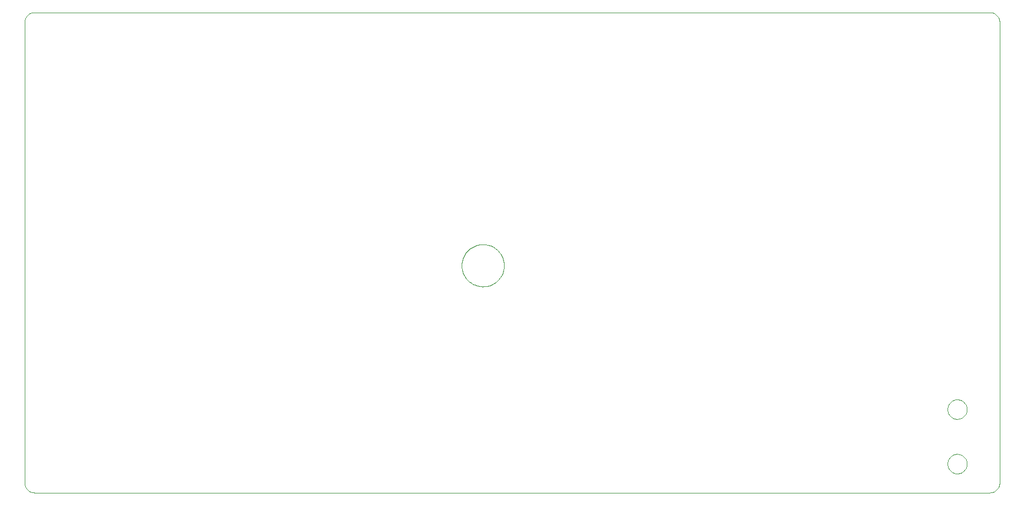
<source format=gko>
G75*
G70*
%OFA0B0*%
%FSLAX24Y24*%
%IPPOS*%
%LPD*%
%AMOC8*
5,1,8,0,0,1.08239X$1,22.5*
%
%ADD10C,0.0039*%
%ADD11C,0.0000*%
D10*
X006662Y034968D02*
X064536Y034968D01*
X064582Y034970D01*
X064628Y034975D01*
X064674Y034984D01*
X064719Y034997D01*
X064762Y035013D01*
X064804Y035032D01*
X064845Y035055D01*
X064883Y035081D01*
X064920Y035110D01*
X064954Y035141D01*
X064985Y035175D01*
X065014Y035212D01*
X065040Y035250D01*
X065063Y035291D01*
X065082Y035333D01*
X065098Y035376D01*
X065111Y035421D01*
X065120Y035467D01*
X065125Y035513D01*
X065127Y035559D01*
X065126Y035559D02*
X065126Y063511D01*
X065127Y063511D02*
X065125Y063557D01*
X065120Y063603D01*
X065111Y063649D01*
X065098Y063694D01*
X065082Y063737D01*
X065063Y063779D01*
X065040Y063820D01*
X065014Y063858D01*
X064985Y063895D01*
X064954Y063929D01*
X064920Y063960D01*
X064883Y063989D01*
X064845Y064015D01*
X064804Y064038D01*
X064762Y064057D01*
X064719Y064073D01*
X064674Y064086D01*
X064628Y064095D01*
X064582Y064100D01*
X064536Y064102D01*
X006662Y064102D01*
X006616Y064100D01*
X006570Y064095D01*
X006524Y064086D01*
X006479Y064073D01*
X006436Y064057D01*
X006394Y064038D01*
X006353Y064015D01*
X006315Y063989D01*
X006278Y063960D01*
X006244Y063929D01*
X006213Y063895D01*
X006184Y063858D01*
X006158Y063820D01*
X006135Y063779D01*
X006116Y063737D01*
X006100Y063694D01*
X006087Y063649D01*
X006078Y063603D01*
X006073Y063557D01*
X006071Y063511D01*
X006071Y035559D01*
X006073Y035513D01*
X006078Y035467D01*
X006087Y035421D01*
X006100Y035376D01*
X006116Y035333D01*
X006135Y035291D01*
X006158Y035250D01*
X006184Y035212D01*
X006213Y035175D01*
X006244Y035141D01*
X006278Y035110D01*
X006315Y035081D01*
X006353Y035055D01*
X006394Y035032D01*
X006436Y035013D01*
X006479Y034997D01*
X006524Y034984D01*
X006570Y034975D01*
X006616Y034970D01*
X006662Y034968D01*
D11*
X032547Y048748D02*
X032549Y048819D01*
X032555Y048890D01*
X032565Y048961D01*
X032579Y049030D01*
X032596Y049099D01*
X032618Y049167D01*
X032643Y049234D01*
X032672Y049299D01*
X032704Y049362D01*
X032740Y049424D01*
X032779Y049483D01*
X032822Y049540D01*
X032867Y049595D01*
X032916Y049647D01*
X032967Y049696D01*
X033021Y049742D01*
X033078Y049786D01*
X033136Y049826D01*
X033197Y049862D01*
X033260Y049896D01*
X033325Y049925D01*
X033391Y049951D01*
X033459Y049974D01*
X033527Y049992D01*
X033597Y050007D01*
X033667Y050018D01*
X033738Y050025D01*
X033809Y050028D01*
X033880Y050027D01*
X033951Y050022D01*
X034022Y050013D01*
X034092Y050000D01*
X034161Y049984D01*
X034229Y049963D01*
X034296Y049939D01*
X034362Y049911D01*
X034425Y049879D01*
X034487Y049844D01*
X034547Y049806D01*
X034605Y049764D01*
X034660Y049720D01*
X034713Y049672D01*
X034763Y049621D01*
X034810Y049568D01*
X034854Y049512D01*
X034895Y049454D01*
X034933Y049393D01*
X034967Y049331D01*
X034997Y049266D01*
X035024Y049201D01*
X035048Y049133D01*
X035067Y049065D01*
X035083Y048996D01*
X035095Y048925D01*
X035103Y048855D01*
X035107Y048784D01*
X035107Y048712D01*
X035103Y048641D01*
X035095Y048571D01*
X035083Y048500D01*
X035067Y048431D01*
X035048Y048363D01*
X035024Y048295D01*
X034997Y048230D01*
X034967Y048165D01*
X034933Y048103D01*
X034895Y048042D01*
X034854Y047984D01*
X034810Y047928D01*
X034763Y047875D01*
X034713Y047824D01*
X034660Y047776D01*
X034605Y047732D01*
X034547Y047690D01*
X034487Y047652D01*
X034425Y047617D01*
X034362Y047585D01*
X034296Y047557D01*
X034229Y047533D01*
X034161Y047512D01*
X034092Y047496D01*
X034022Y047483D01*
X033951Y047474D01*
X033880Y047469D01*
X033809Y047468D01*
X033738Y047471D01*
X033667Y047478D01*
X033597Y047489D01*
X033527Y047504D01*
X033459Y047522D01*
X033391Y047545D01*
X033325Y047571D01*
X033260Y047600D01*
X033197Y047634D01*
X033136Y047670D01*
X033078Y047710D01*
X033021Y047754D01*
X032967Y047800D01*
X032916Y047849D01*
X032867Y047901D01*
X032822Y047956D01*
X032779Y048013D01*
X032740Y048072D01*
X032704Y048134D01*
X032672Y048197D01*
X032643Y048262D01*
X032618Y048329D01*
X032596Y048397D01*
X032579Y048466D01*
X032565Y048535D01*
X032555Y048606D01*
X032549Y048677D01*
X032547Y048748D01*
X061973Y040022D02*
X061975Y040070D01*
X061981Y040118D01*
X061991Y040165D01*
X062004Y040211D01*
X062022Y040256D01*
X062042Y040300D01*
X062067Y040342D01*
X062095Y040381D01*
X062125Y040418D01*
X062159Y040452D01*
X062196Y040484D01*
X062234Y040513D01*
X062275Y040538D01*
X062318Y040560D01*
X062363Y040578D01*
X062409Y040592D01*
X062456Y040603D01*
X062504Y040610D01*
X062552Y040613D01*
X062600Y040612D01*
X062648Y040607D01*
X062696Y040598D01*
X062742Y040586D01*
X062787Y040569D01*
X062831Y040549D01*
X062873Y040526D01*
X062913Y040499D01*
X062951Y040469D01*
X062986Y040436D01*
X063018Y040400D01*
X063048Y040362D01*
X063074Y040321D01*
X063096Y040278D01*
X063116Y040234D01*
X063131Y040189D01*
X063143Y040142D01*
X063151Y040094D01*
X063155Y040046D01*
X063155Y039998D01*
X063151Y039950D01*
X063143Y039902D01*
X063131Y039855D01*
X063116Y039810D01*
X063096Y039766D01*
X063074Y039723D01*
X063048Y039682D01*
X063018Y039644D01*
X062986Y039608D01*
X062951Y039575D01*
X062913Y039545D01*
X062873Y039518D01*
X062831Y039495D01*
X062787Y039475D01*
X062742Y039458D01*
X062696Y039446D01*
X062648Y039437D01*
X062600Y039432D01*
X062552Y039431D01*
X062504Y039434D01*
X062456Y039441D01*
X062409Y039452D01*
X062363Y039466D01*
X062318Y039484D01*
X062275Y039506D01*
X062234Y039531D01*
X062196Y039560D01*
X062159Y039592D01*
X062125Y039626D01*
X062095Y039663D01*
X062067Y039702D01*
X062042Y039744D01*
X062022Y039788D01*
X062004Y039833D01*
X061991Y039879D01*
X061981Y039926D01*
X061975Y039974D01*
X061973Y040022D01*
X061973Y036715D02*
X061975Y036763D01*
X061981Y036811D01*
X061991Y036858D01*
X062004Y036904D01*
X062022Y036949D01*
X062042Y036993D01*
X062067Y037035D01*
X062095Y037074D01*
X062125Y037111D01*
X062159Y037145D01*
X062196Y037177D01*
X062234Y037206D01*
X062275Y037231D01*
X062318Y037253D01*
X062363Y037271D01*
X062409Y037285D01*
X062456Y037296D01*
X062504Y037303D01*
X062552Y037306D01*
X062600Y037305D01*
X062648Y037300D01*
X062696Y037291D01*
X062742Y037279D01*
X062787Y037262D01*
X062831Y037242D01*
X062873Y037219D01*
X062913Y037192D01*
X062951Y037162D01*
X062986Y037129D01*
X063018Y037093D01*
X063048Y037055D01*
X063074Y037014D01*
X063096Y036971D01*
X063116Y036927D01*
X063131Y036882D01*
X063143Y036835D01*
X063151Y036787D01*
X063155Y036739D01*
X063155Y036691D01*
X063151Y036643D01*
X063143Y036595D01*
X063131Y036548D01*
X063116Y036503D01*
X063096Y036459D01*
X063074Y036416D01*
X063048Y036375D01*
X063018Y036337D01*
X062986Y036301D01*
X062951Y036268D01*
X062913Y036238D01*
X062873Y036211D01*
X062831Y036188D01*
X062787Y036168D01*
X062742Y036151D01*
X062696Y036139D01*
X062648Y036130D01*
X062600Y036125D01*
X062552Y036124D01*
X062504Y036127D01*
X062456Y036134D01*
X062409Y036145D01*
X062363Y036159D01*
X062318Y036177D01*
X062275Y036199D01*
X062234Y036224D01*
X062196Y036253D01*
X062159Y036285D01*
X062125Y036319D01*
X062095Y036356D01*
X062067Y036395D01*
X062042Y036437D01*
X062022Y036481D01*
X062004Y036526D01*
X061991Y036572D01*
X061981Y036619D01*
X061975Y036667D01*
X061973Y036715D01*
M02*

</source>
